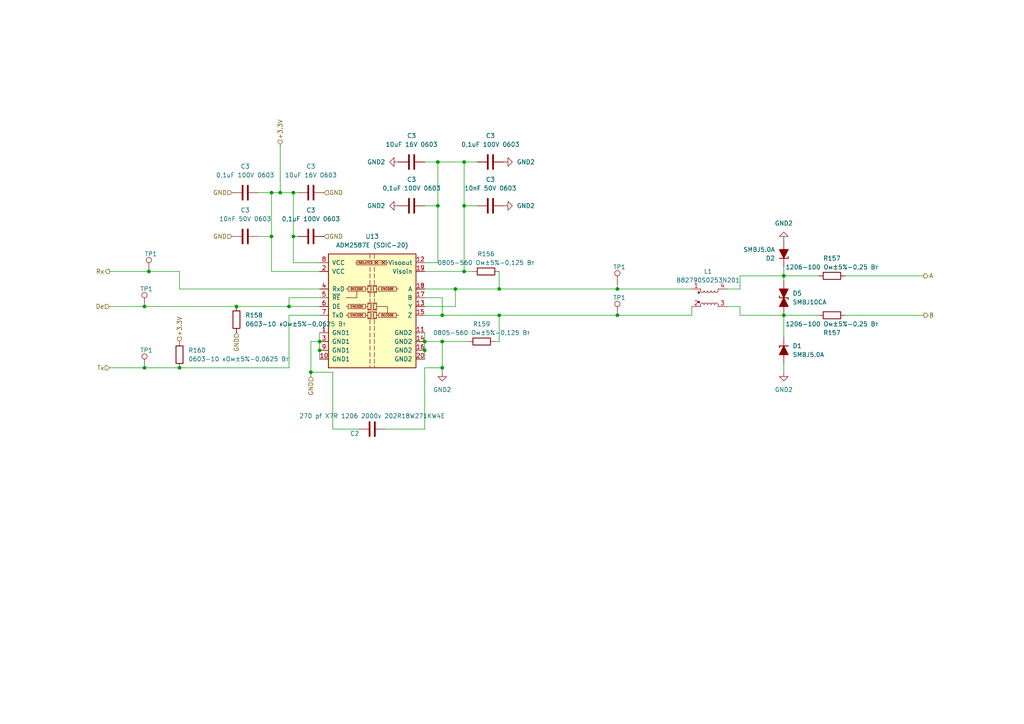
<source format=kicad_sch>
(kicad_sch (version 20230121) (generator eeschema)
  (paper "A4")
  (lib_symbols
    (symbol "Connector:TestPoint" (pin_numbers hide) (pin_names (offset 0.762) hide)
      (property "Reference" "TP" (at 0 6.858 0))
      (property "Value" "TestPoint" (at 0 5.08 0))
      (symbol "TestPoint_0_1"
        (circle (center 0 3.302) (radius 0.762))
      )
      (symbol "TestPoint_1_1"
        (pin passive line (at 0 0 90) (length 2.54) (name "1") (number "1"))
      )
    )
    (symbol "Device:C" (pin_numbers hide) (pin_names (offset 0.254))
      (property "Reference" "C" (at 0.635 2.54 0))
      (property "Value" "C" (at 0.635 -2.54 0))
      (symbol "C_0_1"
        (polyline (pts (xy -2.032 -0.762) (xy 2.032 -0.762)) (stroke (width 0.508)))
        (polyline (pts (xy -2.032 0.762) (xy 2.032 0.762)) (stroke (width 0.508)))
      )
      (symbol "C_1_1"
        (pin passive line (at 0 3.81 270) (length 2.794) (name "~") (number "1"))
        (pin passive line (at 0 -3.81 90) (length 2.794) (name "~") (number "2"))
      )
    )
    (symbol "Device:L_Coupled_1423" (pin_names (offset 0.254) hide)
      (property "Reference" "L" (at 0 4.445 0))
      (property "Value" "L_Coupled_1423" (at 0 -4.445 0))
      (symbol "L_Coupled_1423_0_1"
        (circle (center -3.048 -1.27) (radius 0.254) (fill (type outline)))
        (circle (center -3.048 1.524) (radius 0.254) (fill (type outline)))
        (arc (start -2.54 2.032) (mid -2.032 1.5262) (end -1.524 2.032))
        (arc (start -1.524 -2.032) (mid -2.032 -1.5262) (end -2.54 -2.032))
        (arc (start -1.524 2.032) (mid -1.016 1.5262) (end -0.508 2.032))
        (arc (start -0.508 -2.032) (mid -1.016 -1.5262) (end -1.524 -2.032))
        (arc (start -0.508 2.032) (mid 0 1.5262) (end 0.508 2.032))
        (polyline (pts (xy -2.54 -2.032) (xy -2.54 -2.54)))
        (polyline (pts (xy -2.54 2.032) (xy -2.54 2.54)))
        (polyline (pts (xy 2.54 -2.032) (xy 2.54 -2.54)))
        (polyline (pts (xy 2.54 2.54) (xy 2.54 2.032)))
        (arc (start 0.508 -2.032) (mid 0 -1.5262) (end -0.508 -2.032))
        (arc (start 0.508 2.032) (mid 1.016 1.5262) (end 1.524 2.032))
        (arc (start 1.524 -2.032) (mid 1.016 -1.5262) (end 0.508 -2.032))
        (arc (start 1.524 2.032) (mid 2.032 1.5262) (end 2.54 2.032))
        (arc (start 2.54 -2.032) (mid 2.032 -1.5262) (end 1.524 -2.032))
      )
      (symbol "L_Coupled_1423_1_1"
        (pin passive line (at -5.08 2.54 0) (length 2.54) (name "1") (number "1"))
        (pin passive line (at -5.08 -2.54 0) (length 2.54) (name "2") (number "2"))
        (pin passive line (at 5.08 -2.54 180) (length 2.54) (name "3") (number "3"))
        (pin passive line (at 5.08 2.54 180) (length 2.54) (name "4") (number "4"))
      )
    )
    (symbol "Device:R" (pin_numbers hide) (pin_names (offset 0))
      (property "Reference" "R" (at 2.032 0 90))
      (property "Value" "R" (at 0 0 90))
      (symbol "R_0_1"
        (rectangle (start -1.016 -2.54) (end 1.016 2.54) (stroke (width 0.254)))
      )
      (symbol "R_1_1"
        (pin passive line (at 0 3.81 270) (length 1.27) (name "~") (number "1"))
        (pin passive line (at 0 -3.81 90) (length 1.27) (name "~") (number "2"))
      )
    )
    (symbol "Interface_UART:ADM2587E" (pin_names (offset 1.016))
      (property "Reference" "U" (at 0 21.59 0))
      (property "Value" "ADM2587E" (at 0 19.05 0))
      (symbol "ADM2587E_0_0"
        (rectangle (start -1.905 0.635) (end -6.985 -0.635))
        (rectangle (start -1.27 1.016) (end 1.27 -1.016))
        (rectangle (start -1.27 3.556) (end 1.27 1.524))
        (rectangle (start -1.27 8.636) (end 1.27 6.604))
        (arc (start -0.508 -0.762) (mid -0.2551 -0.508) (end -0.508 -0.254))
        (arc (start -0.508 -0.254) (mid -0.2551 0) (end -0.508 0.254))
        (arc (start -0.508 0.254) (mid -0.2551 0.508) (end -0.508 0.762))
        (arc (start -0.508 1.778) (mid -0.2551 2.032) (end -0.508 2.286))
        (arc (start -0.508 2.286) (mid -0.2551 2.54) (end -0.508 2.794))
        (arc (start -0.508 2.794) (mid -0.2551 3.048) (end -0.508 3.302))
        (arc (start -0.508 6.858) (mid -0.2551 7.112) (end -0.508 7.366))
        (arc (start -0.508 7.366) (mid -0.2551 7.62) (end -0.508 7.874))
        (arc (start -0.508 7.874) (mid -0.2551 8.128) (end -0.508 8.382))
        (polyline (pts (xy -6.985 0) (xy -7.62 0)))
        (polyline (pts (xy -6.985 2.54) (xy -7.62 2.54)))
        (polyline (pts (xy -6.985 7.62) (xy -7.62 7.62)))
        (polyline (pts (xy -4.445 14.605) (xy 4.191 14.605)))
        (polyline (pts (xy -4.445 15.24) (xy -4.826 15.24)))
        (polyline (pts (xy -4.445 15.875) (xy -4.445 14.605)))
        (polyline (pts (xy -1.905 0) (xy -1.27 0)))
        (polyline (pts (xy -1.905 2.54) (xy -1.27 2.54)))
        (polyline (pts (xy -1.905 7.62) (xy -1.27 7.62)))
        (polyline (pts (xy -1.27 -0.762) (xy -0.508 -0.762)))
        (polyline (pts (xy -1.27 0.762) (xy -0.508 0.762)))
        (polyline (pts (xy -1.27 1.778) (xy -0.508 1.778)))
        (polyline (pts (xy -1.27 3.302) (xy -0.508 3.302)))
        (polyline (pts (xy -1.27 6.858) (xy -0.508 6.858)))
        (polyline (pts (xy -1.27 8.382) (xy -0.508 8.382)))
        (polyline (pts (xy -0.635 -14.605) (xy -0.635 -15.24)))
        (polyline (pts (xy -0.635 -12.7) (xy -0.635 -13.97)))
        (polyline (pts (xy -0.635 -10.795) (xy -0.635 -12.065)))
        (polyline (pts (xy -0.635 -8.89) (xy -0.635 -10.16)))
        (polyline (pts (xy -0.635 -6.985) (xy -0.635 -8.255)))
        (polyline (pts (xy -0.635 -5.08) (xy -0.635 -6.35)))
        (polyline (pts (xy -0.635 -3.175) (xy -0.635 -4.445)))
        (polyline (pts (xy -0.635 -1.27) (xy -0.635 -2.54)))
        (polyline (pts (xy -0.635 4.826) (xy -0.635 3.81)))
        (polyline (pts (xy -0.635 6.35) (xy -0.635 5.334)))
        (polyline (pts (xy -0.635 8.89) (xy -0.635 10.16)))
        (polyline (pts (xy -0.635 10.795) (xy -0.635 12.065)))
        (polyline (pts (xy -0.635 12.7) (xy -0.635 13.97)))
        (polyline (pts (xy -0.635 17.78) (xy -0.635 16.51)))
        (polyline (pts (xy 0.635 -14.605) (xy 0.635 -15.24)))
        (polyline (pts (xy 0.635 -12.7) (xy 0.635 -13.97)))
        (polyline (pts (xy 0.635 -10.795) (xy 0.635 -12.065)))
        (polyline (pts (xy 0.635 -8.89) (xy 0.635 -10.16)))
        (polyline (pts (xy 0.635 -6.985) (xy 0.635 -8.255)))
        (polyline (pts (xy 0.635 -5.08) (xy 0.635 -6.35)))
        (polyline (pts (xy 0.635 -3.175) (xy 0.635 -4.445)))
        (polyline (pts (xy 0.635 -1.27) (xy 0.635 -2.54)))
        (polyline (pts (xy 0.635 3.81) (xy 0.635 4.826)))
        (polyline (pts (xy 0.635 6.35) (xy 0.635 5.334)))
        (polyline (pts (xy 0.635 8.89) (xy 0.635 10.16)))
        (polyline (pts (xy 0.635 12.065) (xy 0.635 10.795)))
        (polyline (pts (xy 0.635 13.97) (xy 0.635 12.7)))
        (polyline (pts (xy 0.635 17.78) (xy 0.635 16.51)))
        (polyline (pts (xy 1.27 -0.762) (xy 0.508 -0.762)))
        (polyline (pts (xy 1.27 0.762) (xy 0.508 0.762)))
        (polyline (pts (xy 1.27 1.778) (xy 0.508 1.778)))
        (polyline (pts (xy 1.27 3.302) (xy 0.508 3.302)))
        (polyline (pts (xy 1.27 6.858) (xy 0.508 6.858)))
        (polyline (pts (xy 1.27 8.382) (xy 0.508 8.382)))
        (polyline (pts (xy 1.905 0) (xy 1.27 0)))
        (polyline (pts (xy 1.905 7.62) (xy 1.27 7.62)))
        (polyline (pts (xy 4.191 15.24) (xy 4.572 15.24)))
        (polyline (pts (xy 4.191 15.875) (xy -4.445 15.875)))
        (polyline (pts (xy 4.191 15.875) (xy 4.191 14.605)))
        (polyline (pts (xy 6.985 0) (xy 7.62 0)))
        (polyline (pts (xy 6.985 7.62) (xy 7.62 7.62)))
        (arc (start 0.508 -0.254) (mid 0.2551 -0.508) (end 0.508 -0.762))
        (arc (start 0.508 0.254) (mid 0.2551 0) (end 0.508 -0.254))
        (arc (start 0.508 0.762) (mid 0.2551 0.508) (end 0.508 0.254))
        (arc (start 0.508 2.286) (mid 0.2551 2.032) (end 0.508 1.778))
        (arc (start 0.508 2.794) (mid 0.2551 2.54) (end 0.508 2.286))
        (arc (start 0.508 3.302) (mid 0.2551 3.048) (end 0.508 2.794))
        (arc (start 0.508 7.366) (mid 0.2551 7.112) (end 0.508 6.858))
        (arc (start 0.508 7.874) (mid 0.2551 7.62) (end 0.508 7.366))
        (arc (start 0.508 8.382) (mid 0.2551 8.128) (end 0.508 7.874))
        (rectangle (start 1.905 0.635) (end 6.985 -0.635))
        (rectangle (start 1.905 8.255) (end 6.985 6.985))
        (text "DECODE" (at -4.445 7.62 0) (effects (font (size 0.635 0.635))))
        (text "DECODE" (at 4.445 0 0) (effects (font (size 0.635 0.635))))
        (text "ENCODE" (at -4.445 0 0) (effects (font (size 0.635 0.635))))
        (text "ENCODE" (at -4.445 2.54 0) (effects (font (size 0.635 0.635))))
        (text "ENCODE" (at 4.445 7.62 0) (effects (font (size 0.635 0.635))))
        (text "ISOLATED DC-DC" (at -0.127 15.24 0) (effects (font (size 0.635 0.635))))
      )
      (symbol "ADM2587E_0_1"
        (rectangle (start -12.7 17.78) (end 12.7 -15.24) (stroke (width 0.254)) (fill (type background)))
        (rectangle (start -1.905 3.175) (end -6.985 1.905))
        (rectangle (start -1.905 8.255) (end -6.985 6.985))
        (polyline (pts (xy -7.62 5.08) (xy -4.445 5.08) (xy -4.445 6.985)))
        (polyline (pts (xy 1.27 2.54) (xy 4.445 2.54) (xy 4.445 0.635)))
      )
      (symbol "ADM2587E_1_1"
        (pin power_in line (at -15.24 -5.08 0) (length 2.54) (name "GND1") (number "1"))
        (pin power_in line (at -15.24 -12.7 0) (length 2.54) (name "GND1") (number "10"))
        (pin power_in line (at 15.24 -5.08 180) (length 2.54) (name "GND2") (number "11"))
        (pin power_out line (at 15.24 15.24 180) (length 2.54) (name "Visoout") (number "12"))
        (pin output line (at 15.24 2.54 180) (length 2.54) (name "Y") (number "13"))
        (pin power_in line (at 15.24 -7.62 180) (length 2.54) (name "GND2") (number "14"))
        (pin output line (at 15.24 0 180) (length 2.54) (name "Z") (number "15"))
        (pin power_in line (at 15.24 -10.16 180) (length 2.54) (name "GND2") (number "16"))
        (pin input line (at 15.24 5.08 180) (length 2.54) (name "B") (number "17"))
        (pin input line (at 15.24 7.62 180) (length 2.54) (name "A") (number "18"))
        (pin power_in line (at 15.24 12.7 180) (length 2.54) (name "Visoin") (number "19"))
        (pin power_in line (at -15.24 12.7 0) (length 2.54) (name "VCC") (number "2"))
        (pin power_in line (at 15.24 -12.7 180) (length 2.54) (name "GND2") (number "20"))
        (pin power_in line (at -15.24 -7.62 0) (length 2.54) (name "GND1") (number "3"))
        (pin output line (at -15.24 7.62 0) (length 2.54) (name "RxD") (number "4"))
        (pin input line (at -15.24 5.08 0) (length 2.54) (name "~{RE}") (number "5"))
        (pin input line (at -15.24 2.54 0) (length 2.54) (name "DE") (number "6"))
        (pin input line (at -15.24 0 0) (length 2.54) (name "TxD") (number "7"))
        (pin power_in line (at -15.24 15.24 0) (length 2.54) (name "VCC") (number "8"))
        (pin power_in line (at -15.24 -10.16 0) (length 2.54) (name "GND1") (number "9"))
      )
    )
    (symbol "PCM_4ms_Power-symbol:GND2" (power) (pin_numbers hide) (pin_names (offset 0) hide)
      (property "Value" "GND2" (at 0 -3.81 0))
      (symbol "GND2_0_1"
        (polyline (pts (xy 0 0) (xy 0 -1.27) (xy 1.27 -1.27) (xy 0 -2.54) (xy -1.27 -1.27) (xy 0 -1.27)))
      )
      (symbol "GND2_1_1"
        (pin power_in line (at 0 0 270) (length 0) hide (name "GND2") (number "1"))
      )
    )
    (symbol "PCM_Diode_TVS_AKL:SMBJ10CA" (pin_numbers hide) (pin_names (offset 1.016) hide)
      (property "Reference" "D" (at 0 5.08 0))
      (property "Value" "SMBJ10CA" (at 0 2.54 0))
      (symbol "SMBJ10CA_0_1"
        (polyline (pts (xy 0 -1.27) (xy -0.508 -1.27)) (stroke (width 0.254)))
        (polyline (pts (xy 0 1.27) (xy 0 -1.27)) (stroke (width 0.254)))
        (polyline (pts (xy 0 1.27) (xy 0.508 1.27)) (stroke (width 0.254)))
        (polyline (pts (xy 1.27 0) (xy -1.27 0)))
        (polyline (pts (xy 0 0) (xy -2.54 1.27) (xy -2.54 -1.27) (xy 0 0)) (stroke (width 0.254)) (fill (type outline)))
        (polyline (pts (xy 2.54 1.27) (xy 2.54 -1.27) (xy 0 0) (xy 2.54 1.27)) (stroke (width 0.254)) (fill (type outline)))
      )
      (symbol "SMBJ10CA_1_1"
        (pin passive line (at -5.08 0 0) (length 2.54) (name "K") (number "1"))
        (pin passive line (at 5.08 0 180) (length 2.54) (name "A") (number "2"))
      )
    )
    (symbol "PCM_Diode_TVS_AKL:SMBJ5.0A" (pin_numbers hide) (pin_names (offset 1.016) hide)
      (property "Reference" "D" (at 0 5.08 0))
      (property "Value" "SMBJ5.0A" (at 0 2.54 0))
      (symbol "SMBJ5.0A_0_1"
        (polyline (pts (xy -1.27 0) (xy 1.27 0)))
        (polyline (pts (xy 1.27 -1.27) (xy 1.27 1.27)) (stroke (width 0.254)))
        (polyline (pts (xy 1.27 1.27) (xy 0.762 1.27)) (stroke (width 0.254)))
        (polyline (pts (xy -1.27 1.27) (xy -1.27 -1.27) (xy 1.27 0) (xy -1.27 1.27)) (stroke (width 0.254)) (fill (type outline)))
      )
      (symbol "SMBJ5.0A_1_1"
        (pin passive line (at 3.81 0 180) (length 2.54) (name "K") (number "1"))
        (pin passive line (at -3.81 0 0) (length 2.54) (name "A") (number "2"))
      )
    )
  )
  (junction (at 128.27 91.44))
  (junction (at 92.71 99.06))
  (junction (at 179.07 83.82))
  (junction (at 81.28 55.88))
  (junction (at 179.07 91.44))
  (junction (at 68.58 88.9))
  (junction (at 132.08 83.82))
  (junction (at 41.91 106.68))
  (junction (at 227.33 80.01))
  (junction (at 144.78 83.82))
  (junction (at 123.19 99.06))
  (junction (at 128.27 106.68))
  (junction (at 85.09 68.58))
  (junction (at 134.62 78.74))
  (junction (at 127 59.69))
  (junction (at 227.33 91.44))
  (junction (at 41.91 88.9))
  (junction (at 85.09 55.88))
  (junction (at 90.17 107.95))
  (junction (at 128.27 99.06))
  (junction (at 134.62 59.69))
  (junction (at 83.82 88.9))
  (junction (at 134.62 46.99))
  (junction (at 127 46.99))
  (junction (at 92.71 101.6))
  (junction (at 78.74 68.58))
  (junction (at 43.18 78.74))
  (junction (at 123.19 101.6))
  (junction (at 52.07 106.68))
  (junction (at 144.78 91.44))
  (junction (at 78.74 55.88))
  (wire (pts (xy 83.82 106.68) (xy 52.07 106.68)))
  (wire (pts (xy 123.19 101.6) (xy 123.19 104.14)))
  (wire (pts (xy 138.43 46.99) (xy 134.62 46.99)))
  (wire (pts (xy 132.08 83.82) (xy 144.78 83.82)))
  (wire (pts (xy 123.19 91.44) (xy 128.27 91.44)))
  (wire (pts (xy 92.71 91.44) (xy 83.82 91.44)))
  (wire (pts (xy 123.19 46.99) (xy 127 46.99)))
  (wire (pts (xy 179.07 91.44) (xy 144.78 91.44)))
  (wire (pts (xy 41.91 88.9) (xy 68.58 88.9)))
  (wire (pts (xy 127 76.2) (xy 127 59.69)))
  (wire (pts (xy 214.63 88.9) (xy 214.63 91.44)))
  (wire (pts (xy 245.11 80.01) (xy 267.97 80.01)))
  (wire (pts (xy 74.93 55.88) (xy 78.74 55.88)))
  (wire (pts (xy 85.09 55.88) (xy 85.09 68.58)))
  (wire (pts (xy 179.07 83.82) (xy 200.66 83.82)))
  (wire (pts (xy 92.71 78.74) (xy 78.74 78.74)))
  (wire (pts (xy 210.82 88.9) (xy 214.63 88.9)))
  (wire (pts (xy 138.43 59.69) (xy 134.62 59.69)))
  (wire (pts (xy 78.74 55.88) (xy 81.28 55.88)))
  (wire (pts (xy 179.07 82.55) (xy 179.07 83.82)))
  (wire (pts (xy 245.11 91.44) (xy 267.97 91.44)))
  (wire (pts (xy 179.07 91.44) (xy 200.66 91.44)))
  (wire (pts (xy 210.82 83.82) (xy 214.63 83.82)))
  (wire (pts (xy 92.71 86.36) (xy 83.82 86.36)))
  (wire (pts (xy 214.63 83.82) (xy 214.63 80.01)))
  (wire (pts (xy 123.19 86.36) (xy 128.27 86.36)))
  (wire (pts (xy 227.33 77.47) (xy 227.33 80.01)))
  (wire (pts (xy 123.19 96.52) (xy 123.19 99.06)))
  (wire (pts (xy 132.08 88.9) (xy 132.08 83.82)))
  (wire (pts (xy 31.75 106.68) (xy 41.91 106.68)))
  (wire (pts (xy 92.71 101.6) (xy 92.71 104.14)))
  (wire (pts (xy 68.58 88.9) (xy 83.82 88.9)))
  (wire (pts (xy 134.62 78.74) (xy 137.16 78.74)))
  (wire (pts (xy 81.28 41.91) (xy 81.28 55.88)))
  (wire (pts (xy 214.63 91.44) (xy 227.33 91.44)))
  (wire (pts (xy 144.78 78.74) (xy 144.78 83.82)))
  (wire (pts (xy 214.63 80.01) (xy 227.33 80.01)))
  (wire (pts (xy 123.19 99.06) (xy 128.27 99.06)))
  (wire (pts (xy 31.75 88.9) (xy 41.91 88.9)))
  (wire (pts (xy 83.82 86.36) (xy 83.82 88.9)))
  (wire (pts (xy 134.62 59.69) (xy 134.62 46.99)))
  (wire (pts (xy 74.93 68.58) (xy 78.74 68.58)))
  (wire (pts (xy 92.71 96.52) (xy 92.71 99.06)))
  (wire (pts (xy 92.71 99.06) (xy 92.71 101.6)))
  (wire (pts (xy 127 46.99) (xy 127 59.69)))
  (wire (pts (xy 92.71 83.82) (xy 52.07 83.82)))
  (wire (pts (xy 227.33 91.44) (xy 227.33 97.79)))
  (wire (pts (xy 227.33 80.01) (xy 237.49 80.01)))
  (wire (pts (xy 78.74 68.58) (xy 78.74 78.74)))
  (wire (pts (xy 86.36 68.58) (xy 85.09 68.58)))
  (wire (pts (xy 43.18 78.74) (xy 31.75 78.74)))
  (wire (pts (xy 128.27 99.06) (xy 128.27 106.68)))
  (wire (pts (xy 90.17 99.06) (xy 92.71 99.06)))
  (wire (pts (xy 127 46.99) (xy 134.62 46.99)))
  (wire (pts (xy 128.27 106.68) (xy 128.27 107.95)))
  (wire (pts (xy 227.33 105.41) (xy 227.33 107.95)))
  (wire (pts (xy 41.91 106.68) (xy 52.07 106.68)))
  (wire (pts (xy 143.51 99.06) (xy 144.78 99.06)))
  (wire (pts (xy 128.27 86.36) (xy 128.27 91.44)))
  (wire (pts (xy 128.27 91.44) (xy 144.78 91.44)))
  (wire (pts (xy 123.19 106.68) (xy 128.27 106.68)))
  (wire (pts (xy 52.07 78.74) (xy 43.18 78.74)))
  (wire (pts (xy 227.33 91.44) (xy 237.49 91.44)))
  (wire (pts (xy 144.78 83.82) (xy 179.07 83.82)))
  (wire (pts (xy 96.52 124.46) (xy 96.52 107.95)))
  (wire (pts (xy 90.17 107.95) (xy 90.17 99.06)))
  (wire (pts (xy 78.74 68.58) (xy 78.74 55.88)))
  (wire (pts (xy 200.66 88.9) (xy 200.66 91.44)))
  (wire (pts (xy 104.14 124.46) (xy 96.52 124.46)))
  (wire (pts (xy 52.07 83.82) (xy 52.07 78.74)))
  (wire (pts (xy 128.27 99.06) (xy 135.89 99.06)))
  (wire (pts (xy 134.62 59.69) (xy 134.62 78.74)))
  (wire (pts (xy 83.82 88.9) (xy 92.71 88.9)))
  (wire (pts (xy 123.19 124.46) (xy 123.19 106.68)))
  (wire (pts (xy 227.33 80.01) (xy 227.33 81.28)))
  (wire (pts (xy 81.28 55.88) (xy 85.09 55.88)))
  (wire (pts (xy 111.76 124.46) (xy 123.19 124.46)))
  (wire (pts (xy 144.78 99.06) (xy 144.78 91.44)))
  (wire (pts (xy 85.09 68.58) (xy 85.09 76.2)))
  (wire (pts (xy 123.19 88.9) (xy 132.08 88.9)))
  (wire (pts (xy 123.19 59.69) (xy 127 59.69)))
  (wire (pts (xy 123.19 78.74) (xy 134.62 78.74)))
  (wire (pts (xy 123.19 99.06) (xy 123.19 101.6)))
  (wire (pts (xy 96.52 107.95) (xy 90.17 107.95)))
  (wire (pts (xy 90.17 109.22) (xy 90.17 107.95)))
  (wire (pts (xy 86.36 55.88) (xy 85.09 55.88)))
  (wire (pts (xy 85.09 76.2) (xy 92.71 76.2)))
  (wire (pts (xy 123.19 83.82) (xy 132.08 83.82)))
  (wire (pts (xy 83.82 91.44) (xy 83.82 106.68)))
  (wire (pts (xy 123.19 76.2) (xy 127 76.2)))
  (hierarchical_label "GND" (shape input) (at 67.31 68.58 180))
  (hierarchical_label "Rx" (shape output) (at 31.75 78.74 180))
  (hierarchical_label "+3.3V" (shape input) (at 52.07 99.06 90))
  (hierarchical_label "GND" (shape input) (at 67.31 55.88 180))
  (hierarchical_label "GND" (shape input) (at 93.98 55.88 0))
  (hierarchical_label "Tx" (shape input) (at 31.75 106.68 180))
  (hierarchical_label "GND" (shape input) (at 68.58 96.52 270))
  (hierarchical_label "De" (shape input) (at 31.75 88.9 180))
  (hierarchical_label "B" (shape output) (at 267.97 91.44 0))
  (hierarchical_label "GND" (shape input) (at 90.17 109.22 270))
  (hierarchical_label "A" (shape output) (at 267.97 80.01 0))
  (hierarchical_label "+3.3V" (shape input) (at 81.28 41.91 90))
  (hierarchical_label "GND" (shape input) (at 93.98 68.58 0))
  (symbol (lib_id "PCM_4ms_Power-symbol:GND2") (at 227.33 107.95 0) (unit 1)
    (property "Reference" "#PWR045" (effects hide))
    (property "Value" "GND2" (at 227.33 113.03 0))
    (instances (project "Плата основного контроллера" (path "" (reference "#PWR045") (unit 1))) (project "manipulator_attachment" (path "" (reference "#PWR053") (unit 1))))
  )
  (symbol (lib_id "Connector:TestPoint") (at 41.91 106.68 0) (unit 1) (in_bom no)
    (property "Reference" "TP1" (at 40.64 101.6 0) (effects (justify left)))
    (property "Value" "TestPoint" (effects hide))
    (property "Footprint" "PCM_4ms_TestPoint:TestPoint_D1" (effects hide))
    (instances (project "Плата основного контроллера" (path "" (reference "TP1") (unit 1)) (path "" (reference "TP27") (unit 1)) (path "" (reference "TP36") (unit 1))) (project "manipulator_attachment" (path "" (reference "TP5") (unit 1))) (project "Плата внешних шаговых двигателей" (path "" (reference "TP22") (unit 1)) (path "" (reference "TP1") (unit 1))))
  )
  (symbol (lib_id "Device:C") (at 90.17 55.88 270) (mirror x) (unit 1)
    (property "Reference" "C3" (at 90.17 48.26 90))
    (property "Value" "10uF 16V 0603" (at 90.17 50.8 90))
    (property "Footprint" "Capacitor_SMD:C_0603_1608Metric" (effects hide))
    (instances (project "Плата симистров" (path "" (reference "C3") (unit 1))) (project "manipulator_attachment" (path "" (reference "C1") (unit 1)) (path "" (reference "C19") (unit 1))) (project "Плата QR" (path "" (reference "C3") (unit 1))) (project "Плата внешних шаговых двигателей" (path "" (reference "C3") (unit 1))))
  )
  (symbol (lib_id "Device:C") (at 71.12 68.58 270) (mirror x) (unit 1)
    (property "Reference" "C3" (at 71.12 60.96 90))
    (property "Value" "10nF 50V 0603" (at 71.12 63.5 90))
    (property "Footprint" "Capacitor_SMD:C_0603_1608Metric" (effects hide))
    (instances (project "Плата симистров" (path "" (reference "C3") (unit 1))) (project "manipulator_attachment" (path "" (reference "C1") (unit 1)) (path "" (reference "C22") (unit 1))) (project "Плата QR" (path "" (reference "C3") (unit 1))) (project "Плата внешних шаговых двигателей" (path "" (reference "C3") (unit 1))))
  )
  (symbol (lib_id "PCM_4ms_Power-symbol:GND2") (at 115.57 59.69 270) (unit 1)
    (property "Reference" "#PWR027" (effects hide))
    (property "Value" "GND2" (at 111.76 59.69 90) (effects (justify right)))
    (instances (project "Плата основного контроллера" (path "" (reference "#PWR027") (unit 1))) (project "manipulator_attachment" (path "" (reference "#PWR049") (unit 1))))
  )
  (symbol (lib_id "Connector:TestPoint") (at 179.07 82.55 0) (unit 1) (in_bom no)
    (property "Reference" "TP1" (at 177.8 77.47 0) (effects (justify left)))
    (property "Value" "TestPoint" (effects hide))
    (property "Footprint" "PCM_4ms_TestPoint:TestPoint_D1" (effects hide))
    (instances (project "Плата основного контроллера" (path "" (reference "TP1") (unit 1)) (path "" (reference "TP28") (unit 1)) (path "" (reference "TP37") (unit 1))) (project "manipulator_attachment" (path "" (reference "TP2") (unit 1))) (project "Плата внешних шаговых двигателей" (path "" (reference "TP22") (unit 1)) (path "" (reference "TP1") (unit 1))))
  )
  (symbol (lib_id "PCM_4ms_Power-symbol:GND2") (at 227.33 69.85 180) (unit 1)
    (property "Reference" "#PWR046" (effects hide))
    (property "Value" "GND2" (at 227.33 64.77 0))
    (instances (project "Плата основного контроллера" (path "" (reference "#PWR046") (unit 1))) (project "manipulator_attachment" (path "" (reference "#PWR051") (unit 1))))
  )
  (symbol (lib_id "PCM_4ms_Power-symbol:GND2") (at 115.57 46.99 270) (unit 1)
    (property "Reference" "#PWR025" (effects hide))
    (property "Value" "GND2" (at 111.76 46.99 90) (effects (justify right)))
    (instances (project "Плата основного контроллера" (path "" (reference "#PWR025") (unit 1))) (project "manipulator_attachment" (path "" (reference "#PWR047") (unit 1))))
  )
  (symbol (lib_id "Device:C") (at 90.17 68.58 270) (mirror x) (unit 1)
    (property "Reference" "C3" (at 90.17 60.96 90))
    (property "Value" "0,1uF 100V 0603" (at 90.17 63.5 90))
    (property "Footprint" "Capacitor_SMD:C_0603_1608Metric" (effects hide))
    (instances (project "Плата симистров" (path "" (reference "C3") (unit 1))) (project "manipulator_attachment" (path "" (reference "C1") (unit 1)) (path "" (reference "C23") (unit 1))) (project "Плата QR" (path "" (reference "C3") (unit 1))) (project "Плата внешних шаговых двигателей" (path "" (reference "C3") (unit 1))))
  )
  (symbol (lib_id "Device:R") (at 241.3 80.01 90) (unit 1)
    (property "Reference" "R157" (at 241.3 74.93 90))
    (property "Value" "1206-100 Ом±5%-0,25 Вт" (at 241.3 77.47 90))
    (property "Footprint" "PCM_4ms_Resistor:R_1206_3216Metric" (effects hide))
    (instances (project "ПА и коммутации" (path "" (reference "R157") (unit 1))) (project "Плата основного контроллера" (path "" (reference "R17") (unit 1))) (project "manipulator_attachment" (path "" (reference "R9") (unit 1))) (project "Плата дискретных входов" (path "" (reference "R3") (unit 1))) (project "ИБП" (path "" (reference "R346") (unit 1))) (project "CommonControl" (path "" (reference "R157") (unit 1))))
  )
  (symbol (lib_id "PCM_Diode_TVS_AKL:SMBJ10CA") (at 227.33 86.36 90) (unit 1)
    (property "Reference" "D5" (at 229.87 85.09 90) (effects (justify right)))
    (property "Value" "SMBJ10CA" (at 229.87 87.63 90) (effects (justify right)))
    (property "Footprint" "PCM_Diode_SMD_AKL:D_SMB" (effects hide))
    (property "Datasheet" "https://www.tme.eu/Document/0b6222bec7e12d83185b51d73cb6a54d/SMBJ_ser.pdf" (effects hide))
    (instances (project "Плата основного контроллера" (path "" (reference "D5") (unit 1))) (project "manipulator_attachment" (path "" (reference "D7") (unit 1))))
  )
  (symbol (lib_id "Connector:TestPoint") (at 41.91 88.9 0) (unit 1) (in_bom no)
    (property "Reference" "TP1" (at 40.64 83.82 0) (effects (justify left)))
    (property "Value" "TestPoint" (effects hide))
    (property "Footprint" "PCM_4ms_TestPoint:TestPoint_D1" (effects hide))
    (instances (project "Плата основного контроллера" (path "" (reference "TP1") (unit 1)) (path "" (reference "TP28") (unit 1)) (path "" (reference "TP35") (unit 1))) (project "manipulator_attachment" (path "" (reference "TP3") (unit 1))) (project "Плата внешних шаговых двигателей" (path "" (reference "TP22") (unit 1)) (path "" (reference "TP1") (unit 1))))
  )
  (symbol (lib_id "Device:C") (at 107.95 124.46 90) (unit 1)
    (property "Reference" "C2" (at 102.87 125.73 90))
    (property "Value" "270 pf X7R 1206 2000v 202R18W271KW4E" (at 107.95 120.65 90))
    (property "Footprint" "PCM_Capacitor_SMD_Handsoldering_AKL:C_1210_3225Metric_Pad1.42x2.65mm" (effects hide))
    (instances (project "Плата основного контроллера" (path "" (reference "C2") (unit 1)) (path "" (reference "C10") (unit 1))) (project "manipulator_attachment" (path "" (reference "C24") (unit 1))) (project "Плата внешних шаговых двигателей" (path "" (reference "C2") (unit 1))))
  )
  (symbol (lib_id "Device:C") (at 119.38 46.99 270) (mirror x) (unit 1)
    (property "Reference" "C3" (at 119.38 39.37 90))
    (property "Value" "10uF 16V 0603" (at 119.38 41.91 90))
    (property "Footprint" "Capacitor_SMD:C_0603_1608Metric" (effects hide))
    (instances (project "Плата симистров" (path "" (reference "C3") (unit 1))) (project "manipulator_attachment" (path "" (reference "C1") (unit 1)) (path "" (reference "C16") (unit 1))) (project "Плата QR" (path "" (reference "C3") (unit 1))) (project "Плата внешних шаговых двигателей" (path "" (reference "C3") (unit 1))))
  )
  (symbol (lib_id "Device:R") (at 139.7 99.06 90) (unit 1)
    (property "Reference" "R159" (at 139.7 93.98 90))
    (property "Value" "0805-560 Ом±5%-0,125 Вт" (at 139.7 96.52 90))
    (property "Footprint" "PCM_4ms_Resistor:R_0805_2012Metric" (effects hide))
    (instances (project "ПА и коммутации" (path "" (reference "R159") (unit 1))) (project "Плата основного контроллера" (path "" (reference "R10") (unit 1))) (project "manipulator_attachment" (path "" (reference "R12") (unit 1))) (project "Плата дискретных входов" (path "" (reference "R3") (unit 1))) (project "ИБП" (path "" (reference "R348") (unit 1))) (project "CommonControl" (path "" (reference "R159") (unit 1))))
  )
  (symbol (lib_id "Interface_UART:ADM2587E") (at 107.95 91.44 0) (unit 1)
    (property "Reference" "U13" (at 107.95 68.58 0))
    (property "Value" "ADM2587E (SOIC-20)" (at 107.95 71.12 0))
    (property "Footprint" "Package_SO:SOIC-20W_7.5x12.8mm_P1.27mm" (effects hide))
    (property "Datasheet" "www.analog.com/media/en/technical-documentation/data-sheets/ADM2582E_2587E.pdf" (effects hide))
    (instances (project "ПА и коммутации" (path "" (reference "U13") (unit 1))) (project "Плата основного контроллера" (path "" (reference "U6") (unit 1))) (project "manipulator_attachment" (path "" (reference "U5") (unit 1))) (project "ИБП" (path "" (reference "U35") (unit 1))) (project "CommonControl" (path "" (reference "U13") (unit 1))))
  )
  (symbol (lib_id "PCM_Diode_TVS_AKL:SMBJ5.0A") (at 227.33 73.66 270) (unit 1)
    (property "Reference" "D2" (at 224.79 74.93 90) (effects (justify right)))
    (property "Value" "SMBJ5.0A" (at 224.79 72.39 90) (effects (justify right)))
    (property "Footprint" "PCM_Diode_SMD_AKL:D_SMB" (effects hide))
    (property "Datasheet" "https://www.tme.eu/Document/0b6222bec7e12d83185b51d73cb6a54d/SMBJ_ser.pdf" (effects hide))
    (instances (project "Плата основного контроллера" (path "" (reference "D2") (unit 1))) (project "manipulator_attachment" (path "" (reference "D6") (unit 1))))
  )
  (symbol (lib_id "PCM_Diode_TVS_AKL:SMBJ5.0A") (at 227.33 101.6 90) (unit 1)
    (property "Reference" "D1" (at 229.87 100.33 90) (effects (justify right)))
    (property "Value" "SMBJ5.0A" (at 229.87 102.87 90) (effects (justify right)))
    (property "Footprint" "PCM_Diode_SMD_AKL:D_SMB" (effects hide))
    (property "Datasheet" "https://www.tme.eu/Document/0b6222bec7e12d83185b51d73cb6a54d/SMBJ_ser.pdf" (effects hide))
    (instances (project "Плата основного контроллера" (path "" (reference "D1") (unit 1))) (project "manipulator_attachment" (path "" (reference "D8") (unit 1))))
  )
  (symbol (lib_id "Device:L_Coupled_1423") (at 205.74 86.36 0) (unit 1)
    (property "Reference" "L1" (at 205.359 78.74 0))
    (property "Value" "B82790S0253N201" (at 205.359 81.28 0))
    (property "Footprint" "Inductor_SMD:L_CommonModeChoke_Coilcraft_0805USB" (effects hide))
    (instances (project "Плата основного контроллера" (path "" (reference "L1") (unit 1))) (project "manipulator_attachment" (path "" (reference "L2") (unit 1))))
  )
  (symbol (lib_id "Device:R") (at 52.07 102.87 0) (unit 1)
    (property "Reference" "R160" (at 54.61 101.6 0) (effects (justify left)))
    (property "Value" "0603-10 кОм±5%-0,0625 Вт" (at 54.61 104.14 0) (effects (justify left)))
    (property "Footprint" "PCM_Resistor_SMD_AKL:R_0603_1608Metric" (effects hide))
    (instances (project "ПА и коммутации" (path "" (reference "R160") (unit 1))) (project "Плата основного контроллера" (path "" (reference "R11") (unit 1))) (project "manipulator_attachment" (path "" (reference "R13") (unit 1))) (project "ИБП" (path "" (reference "R349") (unit 1))) (project "CommonControl" (path "" (reference "R160") (unit 1))))
  )
  (symbol (lib_id "Connector:TestPoint") (at 179.07 91.44 0) (unit 1) (in_bom no)
    (property "Reference" "TP1" (at 177.8 86.36 0) (effects (justify left)))
    (property "Value" "TestPoint" (effects hide))
    (property "Footprint" "PCM_4ms_TestPoint:TestPoint_D1" (effects hide))
    (instances (project "Плата основного контроллера" (path "" (reference "TP1") (unit 1)) (path "" (reference "TP27") (unit 1)) (path "" (reference "TP38") (unit 1))) (project "manipulator_attachment" (path "" (reference "TP4") (unit 1))) (project "Плата внешних шаговых двигателей" (path "" (reference "TP22") (unit 1)) (path "" (reference "TP1") (unit 1))))
  )
  (symbol (lib_id "Device:R") (at 241.3 91.44 270) (unit 1)
    (property "Reference" "R157" (at 241.3 96.52 90))
    (property "Value" "1206-100 Ом±5%-0,25 Вт" (at 241.3 93.98 90))
    (property "Footprint" "PCM_4ms_Resistor:R_1206_3216Metric" (effects hide))
    (instances (project "ПА и коммутации" (path "" (reference "R157") (unit 1))) (project "Плата основного контроллера" (path "" (reference "R18") (unit 1))) (project "manipulator_attachment" (path "" (reference "R10") (unit 1))) (project "Плата дискретных входов" (path "" (reference "R3") (unit 1))) (project "ИБП" (path "" (reference "R346") (unit 1))) (project "CommonControl" (path "" (reference "R157") (unit 1))))
  )
  (symbol (lib_id "PCM_4ms_Power-symbol:GND2") (at 146.05 59.69 90) (unit 1)
    (property "Reference" "#PWR022" (effects hide))
    (property "Value" "GND2" (at 149.86 59.69 90) (effects (justify right)))
    (instances (project "Плата основного контроллера" (path "" (reference "#PWR022") (unit 1))) (project "manipulator_attachment" (path "" (reference "#PWR050") (unit 1))))
  )
  (symbol (lib_id "Device:C") (at 142.24 46.99 270) (mirror x) (unit 1)
    (property "Reference" "C3" (at 142.24 39.37 90))
    (property "Value" "0,1uF 100V 0603" (at 142.24 41.91 90))
    (property "Footprint" "Capacitor_SMD:C_0603_1608Metric" (effects hide))
    (instances (project "Плата симистров" (path "" (reference "C3") (unit 1))) (project "manipulator_attachment" (path "" (reference "C1") (unit 1)) (path "" (reference "C17") (unit 1))) (project "Плата QR" (path "" (reference "C3") (unit 1))) (project "Плата внешних шаговых двигателей" (path "" (reference "C3") (unit 1))))
  )
  (symbol (lib_id "Device:R") (at 140.97 78.74 90) (unit 1)
    (property "Reference" "R156" (at 140.97 73.66 90))
    (property "Value" "0805-560 Ом±5%-0,125 Вт" (at 140.97 76.2 90))
    (property "Footprint" "PCM_4ms_Resistor:R_0805_2012Metric" (effects hide))
    (instances (project "ПА и коммутации" (path "" (reference "R156") (unit 1))) (project "Плата основного контроллера" (path "" (reference "R4") (unit 1))) (project "manipulator_attachment" (path "" (reference "R8") (unit 1))) (project "Плата дискретных входов" (path "" (reference "R3") (unit 1))) (project "ИБП" (path "" (reference "R345") (unit 1))) (project "CommonControl" (path "" (reference "R156") (unit 1))))
  )
  (symbol (lib_id "Device:C") (at 142.24 59.69 270) (mirror x) (unit 1)
    (property "Reference" "C3" (at 142.24 52.07 90))
    (property "Value" "10nF 50V 0603" (at 142.24 54.61 90))
    (property "Footprint" "Capacitor_SMD:C_0603_1608Metric" (effects hide))
    (instances (project "Плата симистров" (path "" (reference "C3") (unit 1))) (project "manipulator_attachment" (path "" (reference "C1") (unit 1)) (path "" (reference "C21") (unit 1))) (project "Плата QR" (path "" (reference "C3") (unit 1))) (project "Плата внешних шаговых двигателей" (path "" (reference "C3") (unit 1))))
  )
  (symbol (lib_id "Device:C") (at 71.12 55.88 270) (mirror x) (unit 1)
    (property "Reference" "C3" (at 71.12 48.26 90))
    (property "Value" "0,1uF 100V 0603" (at 71.12 50.8 90))
    (property "Footprint" "Capacitor_SMD:C_0603_1608Metric" (effects hide))
    (instances (project "Плата симистров" (path "" (reference "C3") (unit 1))) (project "manipulator_attachment" (path "" (reference "C1") (unit 1)) (path "" (reference "C18") (unit 1))) (project "Плата QR" (path "" (reference "C3") (unit 1))) (project "Плата внешних шаговых двигателей" (path "" (reference "C3") (unit 1))))
  )
  (symbol (lib_id "PCM_4ms_Power-symbol:GND2") (at 128.27 107.95 0) (unit 1)
    (property "Reference" "#PWR043" (effects hide))
    (property "Value" "GND2" (at 128.27 113.03 0))
    (instances (project "Плата основного контроллера" (path "" (reference "#PWR043") (unit 1))) (project "manipulator_attachment" (path "" (reference "#PWR052") (unit 1))))
  )
  (symbol (lib_id "Connector:TestPoint") (at 43.18 78.74 0) (unit 1) (in_bom no)
    (property "Reference" "TP1" (at 41.91 73.66 0) (effects (justify left)))
    (property "Value" "TestPoint" (effects hide))
    (property "Footprint" "PCM_4ms_TestPoint:TestPoint_D1" (effects hide))
    (instances (project "Плата основного контроллера" (path "" (reference "TP1") (unit 1)) (path "" (reference "TP27") (unit 1)) (path "" (reference "TP34") (unit 1))) (project "manipulator_attachment" (path "" (reference "TP1") (unit 1))) (project "Плата внешних шаговых двигателей" (path "" (reference "TP22") (unit 1)) (path "" (reference "TP1") (unit 1))))
  )
  (symbol (lib_id "PCM_4ms_Power-symbol:GND2") (at 146.05 46.99 90) (unit 1)
    (property "Reference" "#PWR015" (effects hide))
    (property "Value" "GND2" (at 149.86 46.99 90) (effects (justify right)))
    (instances (project "Плата основного контроллера" (path "" (reference "#PWR015") (unit 1))) (project "manipulator_attachment" (path "" (reference "#PWR048") (unit 1))))
  )
  (symbol (lib_id "Device:C") (at 119.38 59.69 270) (mirror x) (unit 1)
    (property "Reference" "C3" (at 119.38 52.07 90))
    (property "Value" "0,1uF 100V 0603" (at 119.38 54.61 90))
    (property "Footprint" "Capacitor_SMD:C_0603_1608Metric" (effects hide))
    (instances (project "Плата симистров" (path "" (reference "C3") (unit 1))) (project "manipulator_attachment" (path "" (reference "C1") (unit 1)) (path "" (reference "C20") (unit 1))) (project "Плата QR" (path "" (reference "C3") (unit 1))) (project "Плата внешних шаговых двигателей" (path "" (reference "C3") (unit 1))))
  )
  (symbol (lib_id "Device:R") (at 68.58 92.71 0) (unit 1)
    (property "Reference" "R158" (at 71.12 91.44 0) (effects (justify left)))
    (property "Value" "0603-10 кОм±5%-0,0625 Вт" (at 71.12 93.98 0) (effects (justify left)))
    (property "Footprint" "PCM_Resistor_SMD_AKL:R_0603_1608Metric" (effects hide))
    (instances (project "ПА и коммутации" (path "" (reference "R158") (unit 1))) (project "Плата основного контроллера" (path "" (reference "R9") (unit 1))) (project "manipulator_attachment" (path "" (reference "R11") (unit 1))) (project "ИБП" (path "" (reference "R347") (unit 1))) (project "CommonControl" (path "" (reference "R158") (unit 1))))
  )
)
</source>
